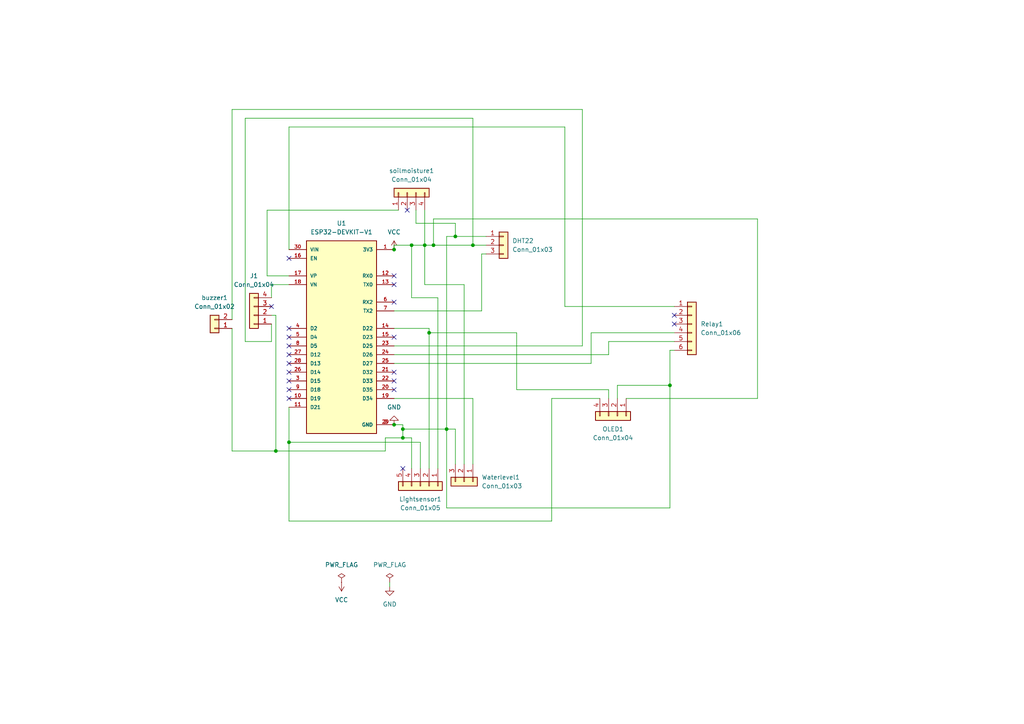
<source format=kicad_sch>
(kicad_sch (version 20250114) (generator "eeschema") (generator_version "9.0")
  (paper "A4")
  (lib_symbols
    (symbol "Conn_01x02_1" (pin_names (offset 1.016) (hide yes))
      (property "Reference" "J" (at 0 2.54 0))
      (property "Value" "Conn_01x02" (at 0 -5.08 0))
      (symbol "Conn_01x02_1_1_1"
        (rectangle (start -1.27 1.27) (end 1.27 -3.81) (stroke (width 0.254)) (fill (type background)))
        (rectangle (start -1.27 0.127) (end 0 -0.127) (stroke (width 0.1524)))
        (rectangle (start -1.27 -2.413) (end 0 -2.667) (stroke (width 0.1524)))
        (pin passive line (at -5.08 0 0) (length 3.81) (name "Pin_1") (number "1"))
        (pin passive line (at -5.08 -2.54 0) (length 3.81) (name "Pin_2") (number "2"))
      )
    )
    (symbol "Conn_01x03_2" (pin_names (offset 1.016) (hide yes))
      (property "Reference" "J" (at 0 5.08 0))
      (property "Value" "Conn_01x03" (at 0 -5.08 0))
      (symbol "Conn_01x03_2_1_1"
        (rectangle (start -1.27 3.81) (end 1.27 -3.81) (stroke (width 0.254)) (fill (type background)))
        (rectangle (start -1.27 2.667) (end 0 2.413) (stroke (width 0.1524)))
        (rectangle (start -1.27 0.127) (end 0 -0.127) (stroke (width 0.1524)))
        (rectangle (start -1.27 -2.413) (end 0 -2.667) (stroke (width 0.1524)))
        (pin passive line (at -5.08 2.54 0) (length 3.81) (name "Pin_1") (number "1"))
        (pin passive line (at -5.08 0 0) (length 3.81) (name "Pin_2") (number "2"))
        (pin passive line (at -5.08 -2.54 0) (length 3.81) (name "Pin_3") (number "3"))
      )
    )
    (symbol "Conn_01x04_2" (pin_names (offset 1.016) (hide yes))
      (property "Reference" "J" (at 0 5.08 0))
      (property "Value" "Conn_01x04" (at 0 -7.62 0))
      (symbol "Conn_01x04_2_1_1"
        (rectangle (start -1.27 3.81) (end 1.27 -6.35) (stroke (width 0.254)) (fill (type background)))
        (rectangle (start -1.27 2.667) (end 0 2.413) (stroke (width 0.1524)))
        (rectangle (start -1.27 0.127) (end 0 -0.127) (stroke (width 0.1524)))
        (rectangle (start -1.27 -2.413) (end 0 -2.667) (stroke (width 0.1524)))
        (rectangle (start -1.27 -4.953) (end 0 -5.207) (stroke (width 0.1524)))
        (pin passive line (at -5.08 2.54 0) (length 3.81) (name "Pin_1") (number "1"))
        (pin passive line (at -5.08 0 0) (length 3.81) (name "Pin_2") (number "2"))
        (pin passive line (at -5.08 -2.54 0) (length 3.81) (name "Pin_3") (number "3"))
        (pin passive line (at -5.08 -5.08 0) (length 3.81) (name "Pin_4") (number "4"))
      )
    )
    (symbol "Conn_01x05_1" (pin_names (offset 1.016) (hide yes))
      (property "Reference" "J" (at 0 7.62 0))
      (property "Value" "Conn_01x05" (at 0 -7.62 0))
      (symbol "Conn_01x05_1_1_1"
        (rectangle (start -1.27 6.35) (end 1.27 -6.35) (stroke (width 0.254)) (fill (type background)))
        (rectangle (start -1.27 5.207) (end 0 4.953) (stroke (width 0.1524)))
        (rectangle (start -1.27 2.667) (end 0 2.413) (stroke (width 0.1524)))
        (rectangle (start -1.27 0.127) (end 0 -0.127) (stroke (width 0.1524)))
        (rectangle (start -1.27 -2.413) (end 0 -2.667) (stroke (width 0.1524)))
        (rectangle (start -1.27 -4.953) (end 0 -5.207) (stroke (width 0.1524)))
        (pin passive line (at -5.08 5.08 0) (length 3.81) (name "Pin_1") (number "1"))
        (pin passive line (at -5.08 2.54 0) (length 3.81) (name "Pin_2") (number "2"))
        (pin passive line (at -5.08 0 0) (length 3.81) (name "Pin_3") (number "3"))
        (pin passive line (at -5.08 -2.54 0) (length 3.81) (name "Pin_4") (number "4"))
        (pin passive line (at -5.08 -5.08 0) (length 3.81) (name "Pin_5") (number "5"))
      )
    )
    (symbol "Conn_01x06_1" (pin_names (offset 1.016) (hide yes))
      (property "Reference" "J" (at 0 7.62 0))
      (property "Value" "Conn_01x06" (at 0 -10.16 0))
      (symbol "Conn_01x06_1_1_1"
        (rectangle (start -1.27 6.35) (end 1.27 -8.89) (stroke (width 0.254)) (fill (type background)))
        (rectangle (start -1.27 5.207) (end 0 4.953) (stroke (width 0.1524)))
        (rectangle (start -1.27 2.667) (end 0 2.413) (stroke (width 0.1524)))
        (rectangle (start -1.27 0.127) (end 0 -0.127) (stroke (width 0.1524)))
        (rectangle (start -1.27 -2.413) (end 0 -2.667) (stroke (width 0.1524)))
        (rectangle (start -1.27 -4.953) (end 0 -5.207) (stroke (width 0.1524)))
        (rectangle (start -1.27 -7.493) (end 0 -7.747) (stroke (width 0.1524)))
        (pin passive line (at -5.08 5.08 0) (length 3.81) (name "Pin_1") (number "1"))
        (pin passive line (at -5.08 2.54 0) (length 3.81) (name "Pin_2") (number "2"))
        (pin passive line (at -5.08 0 0) (length 3.81) (name "Pin_3") (number "3"))
        (pin passive line (at -5.08 -2.54 0) (length 3.81) (name "Pin_4") (number "4"))
        (pin passive line (at -5.08 -5.08 0) (length 3.81) (name "Pin_5") (number "5"))
        (pin passive line (at -5.08 -7.62 0) (length 3.81) (name "Pin_6") (number "6"))
      )
    )
    (symbol "Connector_Generic:Conn_01x03" (pin_names (offset 1.016) (hide yes))
      (property "Reference" "J" (at 0 5.08 0))
      (property "Value" "Conn_01x03" (at 0 -5.08 0))
      (symbol "Conn_01x03_1_1"
        (rectangle (start -1.27 3.81) (end 1.27 -3.81) (stroke (width 0.254)) (fill (type background)))
        (rectangle (start -1.27 2.667) (end 0 2.413) (stroke (width 0.1524)))
        (rectangle (start -1.27 0.127) (end 0 -0.127) (stroke (width 0.1524)))
        (rectangle (start -1.27 -2.413) (end 0 -2.667) (stroke (width 0.1524)))
        (pin passive line (at -5.08 2.54 0) (length 3.81) (name "Pin_1") (number "1"))
        (pin passive line (at -5.08 0 0) (length 3.81) (name "Pin_2") (number "2"))
        (pin passive line (at -5.08 -2.54 0) (length 3.81) (name "Pin_3") (number "3"))
      )
    )
    (symbol "Connector_Generic:Conn_01x04" (pin_names (offset 1.016) (hide yes))
      (property "Reference" "J" (at 0 5.08 0))
      (property "Value" "Conn_01x04" (at 0 -7.62 0))
      (symbol "Conn_01x04_1_1"
        (rectangle (start -1.27 3.81) (end 1.27 -6.35) (stroke (width 0.254)) (fill (type background)))
        (rectangle (start -1.27 2.667) (end 0 2.413) (stroke (width 0.1524)))
        (rectangle (start -1.27 0.127) (end 0 -0.127) (stroke (width 0.1524)))
        (rectangle (start -1.27 -2.413) (end 0 -2.667) (stroke (width 0.1524)))
        (rectangle (start -1.27 -4.953) (end 0 -5.207) (stroke (width 0.1524)))
        (pin passive line (at -5.08 2.54 0) (length 3.81) (name "Pin_1") (number "1"))
        (pin passive line (at -5.08 0 0) (length 3.81) (name "Pin_2") (number "2"))
        (pin passive line (at -5.08 -2.54 0) (length 3.81) (name "Pin_3") (number "3"))
        (pin passive line (at -5.08 -5.08 0) (length 3.81) (name "Pin_4") (number "4"))
      )
    )
    (symbol "ESP32-DEVKIT-V1:ESP32-DEVKIT-V1" (pin_names (offset 1.016))
      (property "Reference" "U1" (at 0 33.02 0))
      (property "Value" "ESP32-DEVKIT-V1" (at 0 30.48 0))
      (symbol "ESP32-DEVKIT-V1_0_0"
        (rectangle (start -10.16 -27.94) (end 10.16 27.94) (stroke (width 0.254)) (fill (type background)))
        (pin input line (at -15.24 25.4 0) (length 5.08) (name "VIN") (number "30"))
        (pin input line (at -15.24 22.86 0) (length 5.08) (name "EN") (number "16"))
        (pin bidirectional line (at -15.24 17.78 0) (length 5.08) (name "VP") (number "17"))
        (pin bidirectional line (at -15.24 15.24 0) (length 5.08) (name "VN") (number "18"))
        (pin bidirectional line (at -15.24 2.54 0) (length 5.08) (name "D2") (number "4"))
        (pin bidirectional line (at -15.24 0 0) (length 5.08) (name "D4") (number "5"))
        (pin bidirectional line (at -15.24 -2.54 0) (length 5.08) (name "D5") (number "8"))
        (pin bidirectional line (at -15.24 -5.08 0) (length 5.08) (name "D12") (number "27"))
        (pin bidirectional line (at -15.24 -7.62 0) (length 5.08) (name "D13") (number "28"))
        (pin bidirectional line (at -15.24 -10.16 0) (length 5.08) (name "D14") (number "26"))
        (pin bidirectional line (at -15.24 -12.7 0) (length 5.08) (name "D15") (number "3"))
        (pin bidirectional line (at -15.24 -15.24 0) (length 5.08) (name "D18") (number "9"))
        (pin bidirectional line (at -15.24 -17.78 0) (length 5.08) (name "D19") (number "10"))
        (pin bidirectional line (at -15.24 -20.32 0) (length 5.08) (name "D21") (number "11"))
        (pin input line (at 15.24 17.78 180) (length 5.08) (name "RX0") (number "12"))
        (pin output line (at 15.24 15.24 180) (length 5.08) (name "TX0") (number "13"))
        (pin input line (at 15.24 10.16 180) (length 5.08) (name "RX2") (number "6"))
        (pin output line (at 15.24 7.62 180) (length 5.08) (name "TX2") (number "7"))
        (pin bidirectional line (at 15.24 2.54 180) (length 5.08) (name "D22") (number "14"))
        (pin bidirectional line (at 15.24 0 180) (length 5.08) (name "D23") (number "15"))
        (pin bidirectional line (at 15.24 -2.54 180) (length 5.08) (name "D25") (number "23"))
        (pin bidirectional line (at 15.24 -5.08 180) (length 5.08) (name "D26") (number "24"))
        (pin bidirectional line (at 15.24 -7.62 180) (length 5.08) (name "D27") (number "25"))
        (pin bidirectional line (at 15.24 -10.16 180) (length 5.08) (name "D32") (number "21"))
        (pin bidirectional line (at 15.24 -12.7 180) (length 5.08) (name "D33") (number "22"))
        (pin bidirectional line (at 15.24 -15.24 180) (length 5.08) (name "D35") (number "20"))
        (pin bidirectional line (at 15.24 -17.78 180) (length 5.08) (name "D34") (number "19"))
        (pin power_in line (at 15.24 -25.4 180) (length 5.08) (name "GND") (number "2"))
        (pin power_in line (at 15.24 -25.4 180) (length 5.08) (name "GND") (number "29"))
      )
      (symbol "ESP32-DEVKIT-V1_1_0"
        (pin passive line (at 15.24 25.4 180) (length 5.08) (name "3V3") (number "1"))
      )
    )
    (symbol "power:GND" (power) (pin_numbers (hide yes)) (pin_names (offset 0) (hide yes))
      (property "Value" "GND" (at 0 -3.81 0))
      (symbol "GND_0_1"
        (polyline (pts (xy 0 0) (xy 0 -1.27) (xy 1.27 -1.27) (xy 0 -2.54) (xy -1.27 -1.27) (xy 0 -1.27)))
      )
      (symbol "GND_1_1"
        (pin power_in line (at 0 0 270) (length 0) (name "~") (number "1"))
      )
    )
    (symbol "power:PWR_FLAG" (power) (pin_numbers (hide yes)) (pin_names (offset 0) (hide yes))
      (property "Value" "PWR_FLAG" (at 0 3.81 0))
      (symbol "PWR_FLAG_0_0"
        (pin power_out line (at 0 0 90) (length 0) (name "~") (number "1"))
      )
      (symbol "PWR_FLAG_0_1"
        (polyline (pts (xy 0 0) (xy 0 1.27) (xy -1.016 1.905) (xy 0 2.54) (xy 1.016 1.905) (xy 0 1.27)))
      )
    )
    (symbol "power:VCC" (power) (pin_numbers (hide yes)) (pin_names (offset 0) (hide yes))
      (property "Value" "VCC" (at 0 3.556 0))
      (symbol "VCC_0_1"
        (polyline (pts (xy -0.762 1.27) (xy 0 2.54)))
        (polyline (pts (xy 0 2.54) (xy 0.762 1.27)))
        (polyline (pts (xy 0 0) (xy 0 2.54)))
      )
      (symbol "VCC_1_1"
        (pin power_in line (at 0 0 90) (length 0) (name "~") (number "1"))
      )
    )
  )
  (junction (at 114.3 123.19))
  (junction (at 123.19 71.12))
  (junction (at 114.3 72.39))
  (junction (at 129.54 124.46))
  (junction (at 137.16 71.12))
  (junction (at 124.46 96.52))
  (junction (at 83.82 128.27))
  (junction (at 194.31 111.76))
  (junction (at 116.84 127))
  (junction (at 80.01 130.81))
  (junction (at 125.73 71.12))
  (junction (at 119.38 71.12))
  (junction (at 116.84 124.46))
  (junction (at 132.08 68.58))
  (no_connect (at 83.82 95.25))
  (no_connect (at 195.58 93.98))
  (no_connect (at 83.82 100.33))
  (no_connect (at 114.3 82.55))
  (no_connect (at 78.74 88.9))
  (no_connect (at 114.3 113.03))
  (no_connect (at 116.84 135.89))
  (no_connect (at 114.3 97.79))
  (no_connect (at 83.82 113.03))
  (no_connect (at 114.3 87.63))
  (no_connect (at 114.3 80.01))
  (no_connect (at 83.82 107.95))
  (no_connect (at 118.11 60.96))
  (no_connect (at 114.3 110.49))
  (no_connect (at 114.3 107.95))
  (no_connect (at 83.82 102.87))
  (no_connect (at 83.82 115.57))
  (no_connect (at 83.82 110.49))
  (no_connect (at 83.82 97.79))
  (no_connect (at 195.58 91.44))
  (no_connect (at 83.82 105.41))
  (no_connect (at 83.82 74.93))
  (wire (pts (xy 127 135.89) (xy 127 86.36)))
  (wire (pts (xy 123.19 71.12) (xy 125.73 71.12)))
  (wire (pts (xy 132.08 134.62) (xy 132.08 124.46)))
  (wire (pts (xy 71.12 34.29) (xy 137.16 34.29)))
  (wire (pts (xy 195.58 96.52) (xy 171.45 96.52)))
  (wire (pts (xy 77.47 80.01) (xy 83.82 80.01)))
  (wire (pts (xy 125.73 71.12) (xy 137.16 71.12)))
  (wire (pts (xy 163.83 88.9) (xy 195.58 88.9)))
  (wire (pts (xy 78.74 91.44) (xy 80.01 91.44)))
  (wire (pts (xy 195.58 99.06) (xy 176.53 99.06)))
  (wire (pts (xy 132.08 64.77) (xy 132.08 68.58)))
  (wire (pts (xy 137.16 34.29) (xy 137.16 71.12)))
  (wire (pts (xy 78.74 93.98) (xy 78.74 99.06)))
  (wire (pts (xy 195.58 101.6) (xy 194.31 101.6)))
  (wire (pts (xy 163.83 36.83) (xy 83.82 36.83)))
  (wire (pts (xy 113.03 170.18) (xy 113.03 168.91)))
  (wire (pts (xy 119.38 71.12) (xy 114.3 71.12)))
  (wire (pts (xy 137.16 115.57) (xy 114.3 115.57)))
  (wire (pts (xy 119.38 127) (xy 119.38 135.89)))
  (wire (pts (xy 83.82 36.83) (xy 83.82 72.39)))
  (wire (pts (xy 137.16 71.12) (xy 140.97 71.12)))
  (wire (pts (xy 194.31 101.6) (xy 194.31 111.76)))
  (wire (pts (xy 114.3 105.41) (xy 171.45 105.41)))
  (wire (pts (xy 134.62 134.62) (xy 134.62 82.55)))
  (wire (pts (xy 176.53 113.03) (xy 149.86 113.03)))
  (wire (pts (xy 123.19 82.55) (xy 123.19 71.12)))
  (wire (pts (xy 132.08 68.58) (xy 129.54 68.58)))
  (wire (pts (xy 168.91 31.75) (xy 168.91 100.33)))
  (wire (pts (xy 116.84 123.19) (xy 116.84 124.46)))
  (wire (pts (xy 121.92 128.27) (xy 83.82 128.27)))
  (wire (pts (xy 67.31 31.75) (xy 168.91 31.75)))
  (wire (pts (xy 83.82 128.27) (xy 83.82 118.11)))
  (wire (pts (xy 119.38 86.36) (xy 119.38 71.12)))
  (wire (pts (xy 176.53 102.87) (xy 114.3 102.87)))
  (wire (pts (xy 149.86 96.52) (xy 124.46 96.52)))
  (wire (pts (xy 129.54 147.32) (xy 129.54 124.46)))
  (wire (pts (xy 173.99 115.57) (xy 160.02 115.57)))
  (wire (pts (xy 179.07 111.76) (xy 194.31 111.76)))
  (wire (pts (xy 111.76 127) (xy 116.84 127)))
  (wire (pts (xy 171.45 96.52) (xy 171.45 105.41)))
  (wire (pts (xy 160.02 151.13) (xy 83.82 151.13)))
  (wire (pts (xy 120.65 60.96) (xy 120.65 64.77)))
  (wire (pts (xy 111.76 130.81) (xy 111.76 127)))
  (wire (pts (xy 149.86 113.03) (xy 149.86 96.52)))
  (wire (pts (xy 80.01 130.81) (xy 111.76 130.81)))
  (wire (pts (xy 160.02 115.57) (xy 160.02 151.13)))
  (wire (pts (xy 83.82 151.13) (xy 83.82 128.27)))
  (wire (pts (xy 139.7 73.66) (xy 139.7 90.17)))
  (wire (pts (xy 120.65 64.77) (xy 132.08 64.77)))
  (wire (pts (xy 78.74 99.06) (xy 71.12 99.06)))
  (wire (pts (xy 116.84 124.46) (xy 116.84 127)))
  (wire (pts (xy 123.19 60.96) (xy 123.19 71.12)))
  (wire (pts (xy 121.92 135.89) (xy 121.92 128.27)))
  (wire (pts (xy 139.7 90.17) (xy 114.3 90.17)))
  (wire (pts (xy 163.83 88.9) (xy 163.83 36.83)))
  (wire (pts (xy 77.47 60.96) (xy 77.47 80.01)))
  (wire (pts (xy 168.91 100.33) (xy 114.3 100.33)))
  (wire (pts (xy 194.31 147.32) (xy 129.54 147.32)))
  (wire (pts (xy 140.97 73.66) (xy 139.7 73.66)))
  (wire (pts (xy 219.71 63.5) (xy 125.73 63.5)))
  (wire (pts (xy 132.08 124.46) (xy 129.54 124.46)))
  (wire (pts (xy 137.16 134.62) (xy 137.16 115.57)))
  (wire (pts (xy 119.38 127) (xy 116.84 127)))
  (wire (pts (xy 71.12 99.06) (xy 71.12 34.29)))
  (wire (pts (xy 80.01 91.44) (xy 80.01 130.81)))
  (wire (pts (xy 78.74 82.55) (xy 83.82 82.55)))
  (wire (pts (xy 114.3 71.12) (xy 114.3 72.39)))
  (wire (pts (xy 181.61 115.57) (xy 219.71 115.57)))
  (wire (pts (xy 176.53 115.57) (xy 176.53 113.03)))
  (wire (pts (xy 114.3 123.19) (xy 116.84 123.19)))
  (wire (pts (xy 194.31 111.76) (xy 194.31 147.32)))
  (wire (pts (xy 134.62 82.55) (xy 123.19 82.55)))
  (wire (pts (xy 67.31 95.25) (xy 67.31 130.81)))
  (wire (pts (xy 127 86.36) (xy 119.38 86.36)))
  (wire (pts (xy 115.57 60.96) (xy 77.47 60.96)))
  (wire (pts (xy 129.54 68.58) (xy 129.54 124.46)))
  (wire (pts (xy 219.71 115.57) (xy 219.71 63.5)))
  (wire (pts (xy 125.73 63.5) (xy 125.73 71.12)))
  (wire (pts (xy 67.31 130.81) (xy 80.01 130.81)))
  (wire (pts (xy 179.07 115.57) (xy 179.07 111.76)))
  (wire (pts (xy 176.53 99.06) (xy 176.53 102.87)))
  (wire (pts (xy 124.46 95.25) (xy 124.46 96.52)))
  (wire (pts (xy 124.46 135.89) (xy 124.46 96.52)))
  (wire (pts (xy 114.3 95.25) (xy 124.46 95.25)))
  (wire (pts (xy 67.31 92.71) (xy 67.31 31.75)))
  (wire (pts (xy 78.74 86.36) (xy 78.74 82.55)))
  (wire (pts (xy 140.97 68.58) (xy 132.08 68.58)))
  (wire (pts (xy 119.38 71.12) (xy 123.19 71.12)))
  (wire (pts (xy 116.84 124.46) (xy 129.54 124.46)))
  (symbol (lib_id "power:GND") (at 113.03 170.18 0) (unit 1)
    (property "Reference" "#PWR03" (effects (hide yes)))
    (property "Value" "GND" (at 113.03 175.26 0))
    (property "Description" "Power symbol creates a global label with name \"GND\" , ground" (effects (hide yes)))
  )
  (symbol (lib_id "ESP32-DEVKIT-V1:ESP32-DEVKIT-V1") (at 99.06 97.79 0) (unit 1)
    (property "Reference" "U1" (at 99.06 64.77 0))
    (property "Value" "ESP32-DEVKIT-V1" (at 99.06 67.31 0))
    (property "Footprint" "ESP32-DEVKIT-V1:MODULE_ESP32_DEVKIT_V1" (effects (hide yes)))
    (property "MF" "Do it" (effects (hide yes)))
    (property "MAXIMUM_PACKAGE_HEIGHT" "6.8 mm" (effects (hide yes)))
    (property "Package" "None" (effects (hide yes)))
    (property "Price" "None" (effects (hide yes)))
    (property "Check_prices" "https://www.snapeda.com/parts/ESP32-DEVKIT-V1/Do+it/view-part/?ref=eda" (effects (hide yes)))
    (property "STANDARD" "Manufacturer Recommendations" (effects (hide yes)))
    (property "PARTREV" "N/A" (effects (hide yes)))
    (property "SnapEDA_Link" "https://www.snapeda.com/parts/ESP32-DEVKIT-V1/Do+it/view-part/?ref=snap" (effects (hide yes)))
    (property "MP" "ESP32-DEVKIT-V1" (effects (hide yes)))
    (property "Description_1" "Dual core, Wi-Fi: 2.4 GHz up to 150 Mbits/s,BLE (Bluetooth Low Energy) and legacy Bluetooth, 32 bits, Up to 240 MHz" (effects (hide yes)))
    (property "Availability" "Not in stock" (effects (hide yes)))
    (property "MANUFACTURER" "DOIT" (effects (hide yes)))
  )
  (symbol (lib_id "power:PWR_FLAG") (at 113.03 168.91 0) (unit 1)
    (property "Reference" "#FLG02" (effects (hide yes)))
    (property "Value" "PWR_FLAG" (at 113.03 163.83 0))
    (property "Description" "Special symbol for telling ERC where power comes from" (effects (hide yes)))
  )
  (symbol (lib_name "Conn_01x06_1") (lib_id "Connector_Generic:Conn_01x06") (at 200.66 93.98 0) (unit 1)
    (property "Reference" "Relay1" (at 203.2 93.9799 0) (effects (justify left)))
    (property "Value" "Conn_01x06" (at 203.2 96.5199 0) (effects (justify left)))
    (property "Footprint" "Connector_PinSocket_2.54mm:PinSocket_1x06_P2.54mm_Vertical" (effects (hide yes)))
    (property "Description" "Generic connector, single row, 01x06, script generated (kicad-library-utils/schlib/autogen/connector/)" (effects (hide yes)))
  )
  (symbol (lib_name "Conn_01x05_1") (lib_id "Connector_Generic:Conn_01x05") (at 121.92 140.97 270) (unit 1)
    (property "Reference" "Lightsensor1" (at 121.92 144.78 90))
    (property "Value" "Conn_01x05" (at 121.92 147.32 90))
    (property "Footprint" "Connector_PinSocket_2.54mm:PinSocket_1x05_P2.54mm_Vertical" (effects (hide yes)))
    (property "Description" "Generic connector, single row, 01x05, script generated (kicad-library-utils/schlib/autogen/connector/)" (effects (hide yes)))
  )
  (symbol (lib_id "power:VCC") (at 99.06 168.91 180) (unit 1)
    (property "Reference" "#PWR02" (effects (hide yes)))
    (property "Value" "VCC" (at 99.06 173.99 0))
    (property "Description" "Power symbol creates a global label with name \"VCC\"" (effects (hide yes)))
  )
  (symbol (lib_name "Conn_01x04_2") (lib_id "Connector_Generic:Conn_01x04") (at 118.11 55.88 90) (unit 1)
    (property "Reference" "soilmoisture1" (at 119.38 49.53 90))
    (property "Value" "Conn_01x04" (at 119.38 52.07 90))
    (property "Footprint" "Connector_PinHeader_2.54mm:PinHeader_1x04_P2.54mm_Vertical" (effects (hide yes)))
    (property "Description" "Generic connector, single row, 01x04, script generated (kicad-library-utils/schlib/autogen/connector/)" (effects (hide yes)))
  )
  (symbol (lib_id "Connector_Generic:Conn_01x04") (at 73.66 91.44 180) (unit 1)
    (property "Reference" "J1" (at 73.66 80.01 0))
    (property "Value" "Conn_01x04" (at 73.66 82.55 0))
    (property "Footprint" "Connector_PinSocket_2.54mm:PinSocket_1x04_P2.54mm_Vertical" (effects (hide yes)))
    (property "Description" "Generic connector, single row, 01x04, script generated (kicad-library-utils/schlib/autogen/connector/)" (effects (hide yes)))
  )
  (symbol (lib_id "power:GND") (at 114.3 123.19 180) (unit 1)
    (property "Reference" "#PWR04" (effects (hide yes)))
    (property "Value" "GND" (at 114.3 118.11 0))
    (property "Description" "Power symbol creates a global label with name \"GND\" , ground" (effects (hide yes)))
  )
  (symbol (lib_id "Connector_Generic:Conn_01x03") (at 134.62 139.7 270) (unit 1)
    (property "Reference" "Waterlevel1" (at 139.7 138.4299 90) (effects (justify left)))
    (property "Value" "Conn_01x03" (at 139.7 140.9699 90) (effects (justify left)))
    (property "Footprint" "Connector_PinHeader_2.54mm:PinHeader_1x03_P2.54mm_Vertical" (effects (hide yes)))
    (property "Description" "Generic connector, single row, 01x03, script generated (kicad-library-utils/schlib/autogen/connector/)" (effects (hide yes)))
  )
  (symbol (lib_name "Conn_01x02_1") (lib_id "Connector_Generic:Conn_01x02") (at 62.23 95.25 180) (unit 1)
    (property "Reference" "buzzer1" (at 62.23 86.36 0))
    (property "Value" "Conn_01x02" (at 62.23 88.9 0))
    (property "Footprint" "Connector_PinHeader_2.54mm:PinHeader_1x02_P2.54mm_Vertical" (effects (hide yes)))
    (property "Description" "Generic connector, single row, 01x02, script generated (kicad-library-utils/schlib/autogen/connector/)" (effects (hide yes)))
  )
  (symbol (lib_name "Conn_01x03_2") (lib_id "Connector_Generic:Conn_01x03") (at 146.05 71.12 0) (unit 1)
    (property "Reference" "DHT22" (at 148.59 69.8499 0) (effects (justify left)))
    (property "Value" "Conn_01x03" (at 148.59 72.3899 0) (effects (justify left)))
    (property "Footprint" "Connector_PinSocket_2.54mm:PinSocket_1x03_P2.54mm_Vertical" (effects (hide yes)))
    (property "Description" "Generic connector, single row, 01x03, script generated (kicad-library-utils/schlib/autogen/connector/)" (effects (hide yes)))
  )
  (symbol (lib_id "power:PWR_FLAG") (at 99.06 168.91 0) (unit 1)
    (property "Reference" "#FLG01" (effects (hide yes)))
    (property "Value" "PWR_FLAG" (at 99.06 163.83 0))
    (property "Description" "Special symbol for telling ERC where power comes from" (effects (hide yes)))
  )
  (symbol (lib_id "power:VCC") (at 114.3 72.39 0) (unit 1)
    (property "Reference" "#PWR05" (effects (hide yes)))
    (property "Value" "VCC" (at 114.3 67.31 0))
    (property "Description" "Power symbol creates a global label with name \"VCC\"" (effects (hide yes)))
  )
  (symbol (lib_id "Connector_Generic:Conn_01x04") (at 179.07 120.65 270) (unit 1)
    (property "Reference" "OLED1" (at 177.8 124.46 90))
    (property "Value" "Conn_01x04" (at 177.8 127 90))
    (property "Footprint" "Connector_PinSocket_2.54mm:PinSocket_1x04_P2.54mm_Vertical" (effects (hide yes)))
    (property "Description" "Generic connector, single row, 01x04, script generated (kicad-library-utils/schlib/autogen/connector/)" (effects (hide yes)))
  )
)
</source>
